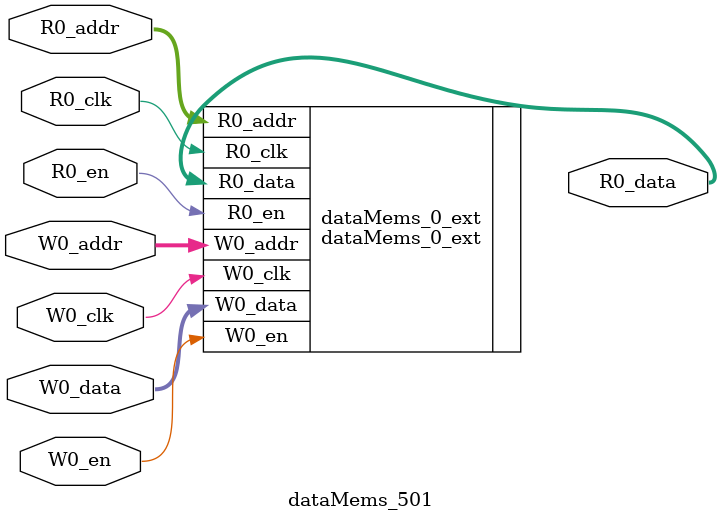
<source format=sv>
`ifndef RANDOMIZE
  `ifdef RANDOMIZE_REG_INIT
    `define RANDOMIZE
  `endif // RANDOMIZE_REG_INIT
`endif // not def RANDOMIZE
`ifndef RANDOMIZE
  `ifdef RANDOMIZE_MEM_INIT
    `define RANDOMIZE
  `endif // RANDOMIZE_MEM_INIT
`endif // not def RANDOMIZE

`ifndef RANDOM
  `define RANDOM $random
`endif // not def RANDOM

// Users can define 'PRINTF_COND' to add an extra gate to prints.
`ifndef PRINTF_COND_
  `ifdef PRINTF_COND
    `define PRINTF_COND_ (`PRINTF_COND)
  `else  // PRINTF_COND
    `define PRINTF_COND_ 1
  `endif // PRINTF_COND
`endif // not def PRINTF_COND_

// Users can define 'ASSERT_VERBOSE_COND' to add an extra gate to assert error printing.
`ifndef ASSERT_VERBOSE_COND_
  `ifdef ASSERT_VERBOSE_COND
    `define ASSERT_VERBOSE_COND_ (`ASSERT_VERBOSE_COND)
  `else  // ASSERT_VERBOSE_COND
    `define ASSERT_VERBOSE_COND_ 1
  `endif // ASSERT_VERBOSE_COND
`endif // not def ASSERT_VERBOSE_COND_

// Users can define 'STOP_COND' to add an extra gate to stop conditions.
`ifndef STOP_COND_
  `ifdef STOP_COND
    `define STOP_COND_ (`STOP_COND)
  `else  // STOP_COND
    `define STOP_COND_ 1
  `endif // STOP_COND
`endif // not def STOP_COND_

// Users can define INIT_RANDOM as general code that gets injected into the
// initializer block for modules with registers.
`ifndef INIT_RANDOM
  `define INIT_RANDOM
`endif // not def INIT_RANDOM

// If using random initialization, you can also define RANDOMIZE_DELAY to
// customize the delay used, otherwise 0.002 is used.
`ifndef RANDOMIZE_DELAY
  `define RANDOMIZE_DELAY 0.002
`endif // not def RANDOMIZE_DELAY

// Define INIT_RANDOM_PROLOG_ for use in our modules below.
`ifndef INIT_RANDOM_PROLOG_
  `ifdef RANDOMIZE
    `ifdef VERILATOR
      `define INIT_RANDOM_PROLOG_ `INIT_RANDOM
    `else  // VERILATOR
      `define INIT_RANDOM_PROLOG_ `INIT_RANDOM #`RANDOMIZE_DELAY begin end
    `endif // VERILATOR
  `else  // RANDOMIZE
    `define INIT_RANDOM_PROLOG_
  `endif // RANDOMIZE
`endif // not def INIT_RANDOM_PROLOG_

// Include register initializers in init blocks unless synthesis is set
`ifndef SYNTHESIS
  `ifndef ENABLE_INITIAL_REG_
    `define ENABLE_INITIAL_REG_
  `endif // not def ENABLE_INITIAL_REG_
`endif // not def SYNTHESIS

// Include rmemory initializers in init blocks unless synthesis is set
`ifndef SYNTHESIS
  `ifndef ENABLE_INITIAL_MEM_
    `define ENABLE_INITIAL_MEM_
  `endif // not def ENABLE_INITIAL_MEM_
`endif // not def SYNTHESIS

module dataMems_501(	// @[generators/ara/src/main/scala/UnsafeAXI4ToTL.scala:365:62]
  input  [4:0]  R0_addr,
  input         R0_en,
  input         R0_clk,
  output [66:0] R0_data,
  input  [4:0]  W0_addr,
  input         W0_en,
  input         W0_clk,
  input  [66:0] W0_data
);

  dataMems_0_ext dataMems_0_ext (	// @[generators/ara/src/main/scala/UnsafeAXI4ToTL.scala:365:62]
    .R0_addr (R0_addr),
    .R0_en   (R0_en),
    .R0_clk  (R0_clk),
    .R0_data (R0_data),
    .W0_addr (W0_addr),
    .W0_en   (W0_en),
    .W0_clk  (W0_clk),
    .W0_data (W0_data)
  );
endmodule


</source>
